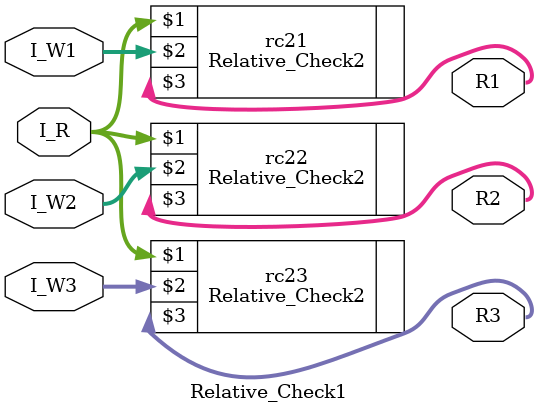
<source format=v>
`timescale 1ns / 1ps


module Relative_Check1(
    input [31:0] I_R,
    input [31:0] I_W1,
    input [31:0] I_W2,
    input [31:0] I_W3,
    output [3:0] R1,
    output [3:0] R2,
    output [3:0] R3
    );
    Relative_Check2 rc21(I_R,I_W1,R1),
    				rc22(I_R,I_W2,R2),
    				rc23(I_R,I_W3,R3);
endmodule

</source>
